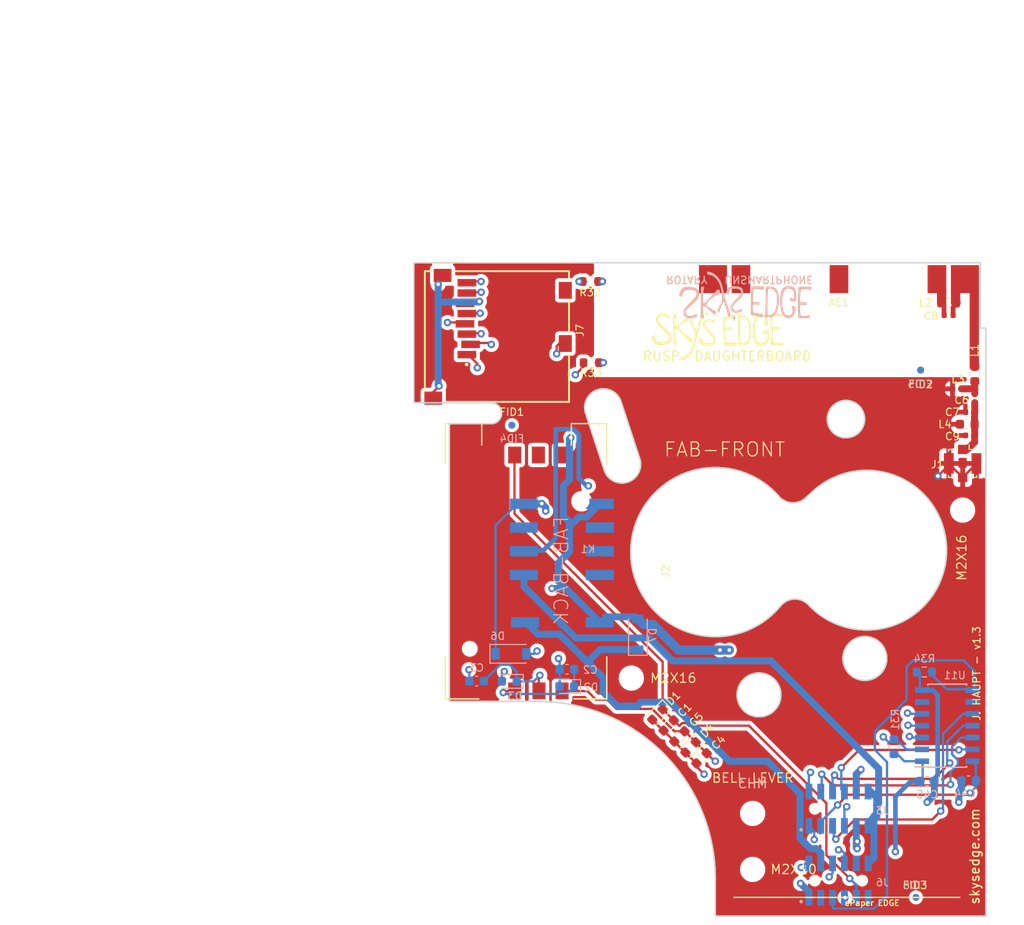
<source format=kicad_pcb>
(kicad_pcb (version 20240108) (generator "pcbnew") (generator_version "8.0")
  (layers (0 "F.Cu" signal "1.Cu") (1 "In1.Cu" signal "2.Cu") (2 "In2.Cu" signal "3.Cu") (31 "B.Cu" signal "4.Cu") (34 "B.Paste" user) (35 "F.Paste" user) (36 "B.SilkS" user "B.Silkscreen") (37 "F.SilkS" user "F.Silkscreen") (38 "B.Mask" user) (39 "F.Mask" user) (44 "Edge.Cuts" user))
  (net 0 "")
  (net 1 "GND")
  (net 2 "/MISO")
  (net 3 "/MOSI")
  (net 4 "+3V8")
  (net 5 "+3V3")
  (net 6 "/SD CARD/SCK_3V3")
  (net 7 "/SD CARD/DO_3V3")
  (net 8 "/SD_CD")
  (net 9 "/SD CARD/DI_3V3")
  (net 10 "/SD CARD/CS_3V3")
  (net 11 "/SD_CS")
  (net 12 "/SIM_IO")
  (net 13 "/SIM_CLK")
  (net 14 "/SIM_RST")
  (net 15 "/VSIM")
  (net 16 "/LL_OE")
  (net 17 "Net-(AE1-FEED)")
  (net 18 "Net-(AE1-PCB_Trace)")
  (net 19 "/POWSW4")
  (net 20 "/RELAYOFF")
  (net 21 "+BATT")
  (net 22 "GNDA")
  (net 23 "/SCK")
  (net 24 "Net-(C6-Pad1)")
  (net 25 "VBUS")
  (net 26 "Net-(J1-In)")
  (net 27 "+1V8")
  (net 35 "Net-(J7-DAT1)")
  (net 36 "Net-(J7-DAT2)")
  (footprint "Capacitor_SMD:C_0603_1608Metric" (layer "F.Cu") (at 146.15 119.75 -135)
    (property "Reference" "C5")
    (property "Value" ".1uF/16V")
  )
  (footprint "MountingHole:MountingHole_2.2mm_M2" (layer "F.Cu") (at 141 113.5)
    (property "Reference" "MH1" (hide yes))
    (property "Value" "MountingHole")
  )
  (footprint "Fiducial:Fiducial_0.75mm_Dia_1.5mm_Outer" (layer "F.Cu") (at 172 80.5)
    (property "Reference" "FID2")
    (property "Value" "Fiducial")
  )
  (footprint "Capacitor_SMD:C_0603_1608Metric" (layer "F.Cu") (at 145 118.575 -135)
    (property "Reference" "C1")
    (property "Value" "47pF/50V")
  )
  (footprint "Fiducial:Fiducial_0.75mm_Dia_1.5mm_Outer" (layer "F.Cu") (at 128.2 86.4)
    (property "Reference" "FID1")
    (property "Value" "Fiducial")
  )
  (footprint "Diode_SMD:D_0603_1608Metric" (layer "F.Cu") (at 143.8 117.4 -135)
    (property "Reference" "D1")
    (property "Value" "D_TVS")
  )
  (footprint "Capacitor_SMD:C_0603_1608Metric" (layer "F.Cu") (at 148.525 122.1 -135)
    (property "Reference" "C4")
    (property "Value" "47pF/50V")
  )
  (footprint "Resistor_SMD:R_0603_1608Metric" (layer "F.Cu") (at 136.7 79.7 180)
    (property "Reference" "R33")
    (property "Value" "100k")
  )
  (footprint "Resistor_SMD:R_0603_1608Metric" (layer "F.Cu") (at 136.615 71 180)
    (property "Reference" "R32")
    (property "Value" "100k")
  )
  (footprint "digikey-footprints:MicroSDSocket_GCT_MEM2061-01-188-00-A" (layer "F.Cu") (at 126.6 76.6 -90)
    (property "Reference" "J7")
    (property "Value" "Micro_SD_Card_Det")
  )
  (footprint "MountingHole:MountingHole_2.2mm_M2" (layer "F.Cu") (at 176.5 95.5)
    (property "Reference" "MH4" (hide yes))
    (property "Value" "MountingHole")
  )
  (footprint "Diode_SMD:D_0603_1608Metric" (layer "F.Cu") (at 147.35 120.925 -135)
    (property "Reference" "D4")
    (property "Value" "D_TVS")
  )
  (footprint "MyFootprints:SkysEdge_18mm" (layer "F.Cu") (at 150.35 76)
    (property "Reference" "LOGO2" (hide yes))
    (property "Value" "Logo2" (hide yes))
  )
  (footprint "MountingHole:MountingHole_2.2mm_M2" (layer "F.Cu") (at 154 134)
    (property "Reference" "MH2" (hide yes))
    (property "Value" "MountingHole")
  )
  (footprint "Fiducial:Fiducial_0.75mm_Dia_1.5mm_Outer" (layer "F.Cu") (at 171.5 137)
    (property "Reference" "FID3")
    (property "Value" "Fiducial")
  )
  (footprint "MyFootprints:SIMHolder_Amph7111S2015X02LF" (layer "F.Cu") (at 129.72 101.78 90)
    (property "Reference" "J2")
    (property "Value" "SIM" (hide yes))
  )
  (footprint "Capacitor_SMD:C_0402_1005Metric" (layer "F.Cu") (at 177.3 85)
    (property "Reference" "C7")
    (property "Value" ".7pF")
  )
  (footprint "Inductor_SMD:L_0402_1005Metric" (layer "F.Cu") (at 175.9 82.5)
    (property "Reference" "L3")
    (property "Value" "9nH")
  )
  (footprint "Capacitor_SMD:C_0402_1005Metric" (layer "F.Cu") (at 177.8 83.5 -90)
    (property "Reference" "C6")
    (property "Value" "2.1pF")
  )
  (footprint "Inductor_SMD:L_0603_1608Metric" (layer "F.Cu") (at 177 86.3)
    (property "Reference" "L4")
    (property "Value" "9.1nH")
  )
  (footprint "Inductor_SMD:L_0603_1608Metric" (layer "F.Cu") (at 175 73.3)
    (property "Reference" "L2")
    (property "Value" "12nH")
  )
  (footprint "MyFootprints:U.FL_Molex_MCRF_73412-0110_Vertical" (layer "F.Cu") (at 176.5 90.5 -90)
    (property "Reference" "J1")
    (property "Value" "Conn_Coaxial")
  )
  (footprint "MyFootprints:Antenna_Ignion_TriomXtend_NN03-310" (layer "F.Cu") (at 163.25 70.75 180)
    (property "Reference" "AE1")
    (property "Value" "Ignion Trio mXtend")
  )
  (footprint "Capacitor_SMD:C_0402_1005Metric" (layer "F.Cu") (at 177.3 87.5)
    (property "Reference" "C9")
    (property "Value" ".4pF")
  )
  (footprint "Capacitor_SMD:C_0402_1005Metric" (layer "F.Cu") (at 175 74.6)
    (property "Reference" "C8")
    (property "Value" ".5pF")
  )
  (footprint "Inductor_SMD:L_0603_1608Metric" (layer "F.Cu") (at 177.8 80.9 -90)
    (property "Reference" "L1")
    (property "Value" "2.4nH")
  )
  (footprint "Diode_SMD:D_0603_1608Metric" (layer "B.Cu") (at 127.925 113.85 180)
    (property "Reference" "D3")
    (property "Value" "D_TVS")
  )
  (footprint "MyFootprints:Samtec_2x6HeaderSocket_FLE-106-01-G-DV" (layer "B.Cu") (at 163.2 135.2)
    (property "Reference" "J6")
    (property "Value" "Conn_01x12" (hide yes))
  )
  (footprint "Diode_SMD:D_0603_1608Metric" (layer "B.Cu") (at 134.075 114.4 180)
    (property "Reference" "D2")
    (property "Value" "D_TVS")
  )
  (footprint "Fiducial:Fiducial_0.75mm_Dia_1.5mm_Outer" (layer "B.Cu") (at 172 80.5)
    (property "Reference" "FID5")
    (property "Value" "Fiducial")
  )
  (footprint "Capacitor_SMD:C_0603_1608Metric" (layer "B.Cu") (at 134.1 112.55 180)
    (property "Reference" "C2")
    (property "Value" "47pF/50V")
  )
  (footprint "Fiducial:Fiducial_0.75mm_Dia_1.5mm_Outer" (layer "B.Cu") (at 128.2 86.4)
    (property "Reference" "FID4")
    (property "Value" "Fiducial")
  )
  (footprint "Capacitor_SMD:C_0603_1608Metric" (layer "B.Cu") (at 124.425 113.825 180)
    (property "Reference" "C3")
    (property "Value" "47pF/50V")
  )
  (footprint "MyFootprints:Samtec_2x6HeaderSocket_FLE-106-01-G-DV" (layer "B.Cu") (at 163.2 127.5)
    (property "Reference" "J3")
    (property "Value" "Conn_01x12" (hide yes))
  )
  (footprint "MyFootprints:Relay_Kemet_EE2-3TNU" (layer "B.Cu") (at 133.586 101.15)
    (property "Reference" "K1")
    (property "Value" "EE2-3TNU-L" (hide yes))
  )
  (footprint "Diode_SMD:D_SOD-123" (layer "B.Cu") (at 128.1 110.9)
    (property "Reference" "D6")
    (property "Value" "1N4148")
  )
  (footprint "Resistor_SMD:R_0603_1608Metric" (layer "B.Cu") (at 169.15 120.85 90)
    (property "Reference" "R31")
    (property "Value" "100k")
  )
  (footprint "Diode_SMD:D_SOD-123" (layer "B.Cu") (at 141.7 108.8 90)
    (property "Reference" "D7")
    (property "Value" "1N4148")
  )
  (footprint "MountingHole:MountingHole_2.2mm_M2" (layer "B.Cu") (at 154 128 180)
    (property "Reference" "MH3")
    (property "Value" "MountingHole")
  )
  (footprint "MyFootprints:SkysEdge_18mm" (layer "B.Cu") (at 153.3 73.4)
    (property "Reference" "LOGO1" (hide yes))
    (property "Value" "Logo1" (hide yes))
  )
  (footprint "Resistor_SMD:R_0603_1608Metric" (layer "B.Cu") (at 172.4 112.85 180)
    (property "Reference" "R34")
    (property "Value" "10k")
  )
  (footprint "Capacitor_SMD:C_0603_1608Metric" (layer "B.Cu") (at 177.15 124.5 180)
    (property "Reference" "C44")
    (property "Value" ".1uF/16V")
  )
  (footprint "Capacitor_SMD:C_0603_1608Metric" (layer "B.Cu") (at 172.7 124.55)
    (property "Reference" "C45")
    (property "Value" ".1uF/16V")
  )
  (footprint "Fiducial:Fiducial_0.75mm_Dia_1.5mm_Outer" (layer "B.Cu") (at 171.5 137)
    (property "Reference" "FID6")
    (property "Value" "Fiducial")
  )
  (footprint "MyFootprints:SOIC-14_3.9x8.7mm_P1.27mm" (layer "B.Cu") (at 174.85 118.6 180)
    (property "Reference" "U11")
    (property "Value" "TXB0104D")
  )
  (gr_line (start 176.2 137) (end 152 137) (stroke (width 0.15)) (layer "F.SilkS"))
  (gr_arc (start 159.775 94.1) (mid 158.225699 94.71923) (end 156.745904 93.948527) (stroke (width 0.15)) (layer "Edge.Cuts"))
  (gr_line (start 121.5 116) (end 121.5 86.25) (stroke (width 0.15)) (layer "Edge.Cuts"))
  (gr_line (start 126 84) (end 117.7 84) (stroke (width 0.15)) (layer "Edge.Cuts"))
  (gr_line (start 117.7 84) (end 117.7 69) (stroke (width 0.15)) (layer "Edge.Cuts"))
  (gr_line (start 117.7 69) (end 178.4 69) (stroke (width 0.15)) (layer "Edge.Cuts"))
  (gr_line (start 121.5 116) (end 131 116) (stroke (width 0.15)) (layer "Edge.Cuts"))
  (gr_line (start 150 139) (end 150 135) (stroke (width 0.15)) (layer "Edge.Cuts"))
  (gr_arc (start 131 116) (mid 144.435029 121.564971) (end 150 135) (stroke (width 0.15)) (layer "Edge.Cuts"))
  (gr_circle (center 154.678 115.301) (end 157.028 115.301) (stroke (width 0.15)) (fill none) (layer "Edge.Cuts"))
  (gr_circle (center 166.024 111.394) (end 168.374 111.394) (stroke (width 0.15)) (fill none) (layer "Edge.Cuts"))
  (gr_arc (start 156.999999 105.755654) (mid 158.546383 105.028984) (end 160.091573 105.758189) (stroke (width 0.15)) (layer "Edge.Cuts"))
  (gr_line (start 179 76) (end 179 139) (stroke (width 0.15)) (layer "Edge.Cuts"))
  (gr_line (start 179 139) (end 150 139) (stroke (width 0.15)) (layer "Edge.Cuts"))
  (gr_line (start 178.4 76) (end 178.4 69) (stroke (width 0.15)) (layer "Edge.Cuts"))
  (gr_circle (center 164 85.75) (end 166 85.75) (stroke (width 0.15)) (fill none) (layer "Edge.Cuts"))
  (gr_line (start 138.125 91.3) (end 136.1 85.125) (stroke (width 0.15)) (layer "Edge.Cuts"))
  (gr_line (start 159.775 94.1) (end 160.250001 93.675001) (stroke (width 0.15)) (layer "Edge.Cuts"))
  (gr_arc (start 156.999999 105.755654) (mid 140.939673 100.194983) (end 156.745904 93.948527) (stroke (width 0.15)) (layer "Edge.Cuts"))
  (gr_arc (start 141.9 89.975) (mid 140.662028 92.488041) (end 138.125 91.3) (stroke (width 0.15)) (layer "Edge.Cuts"))
  (gr_arc (start 136.1 85.125) (mid 137.337589 82.612717) (end 139.873829 83.800437) (stroke (width 0.15)) (layer "Edge.Cuts"))
  (gr_line (start 179 76) (end 178.4 76) (stroke (width 0.15)) (layer "Edge.Cuts"))
  (gr_arc (start 160.250001 93.675001) (mid 174.781448 99.908162) (end 160.091573 105.758189) (stroke (width 0.15)) (layer "Edge.Cuts"))
  (gr_arc (start 126 84.000001) (mid 127.100277 85.125) (end 126 86.249999) (stroke (width 0.15)) (layer "Edge.Cuts"))
  (gr_line (start 139.875 83.8) (end 141.9 89.975) (stroke (width 0.15)) (layer "Edge.Cuts"))
  (gr_line (start 121.5 86.25) (end 126 86.25) (stroke (width 0.15)) (layer "Edge.Cuts"))
  (gr_text "ROTARY   UNSMARTPHONE" (at 152.6 70.8 180) (layer "B.SilkS") (effects (font (size 0.8 0.8) (thickness 0.12)) (justify mirror)))
  (gr_text "FAB-BACK" (at 133.5 102 90) (layer "B.SilkS") (effects (font (size 1.5 1.5) (thickness 0.12)) (justify mirror)))
  (gr_text "RUSP  DAUGHTERBOARD" (at 151.25 79 0) (layer "F.SilkS") (effects (font (size 1 1))))
  (gr_text "skysedge.com" (at 177.8 132.6 90) (layer "F.SilkS") (effects (font (size 1 1))))
  (gr_text "M2X16" (at 145.5 113.5 0) (layer "F.SilkS") (effects (font (size 1 1) (thickness 0.12))))
  (gr_text "M2X10" (at 158.4 134 0) (layer "F.SilkS") (effects (font (size 1 1) (thickness 0.12))))
  (gr_text "J. HAUPT - v1.3" (at 178 113 90) (layer "F.SilkS") (effects (font (size 0.8 0.8) (thickness 0.12))))
  (gr_text "ePaper EDGE" (at 166.8 137.6 0) (layer "F.SilkS") (effects (font (size 0.6 0.6) (thickness 0.12))))
  (gr_text "FAB-FRONT" (at 151 89 0) (layer "F.SilkS") (effects (font (size 1.5 1.5) (thickness 0.12))))
  (gr_text "M2X16" (at 176.4 100.6 90) (layer "F.SilkS") (effects (font (size 1 1) (thickness 0.12))))
  (gr_text "BELL LEVER " (at 154.4 124.2 0) (layer "F.SilkS") (effects (font (size 1 1) (thickness 0.12))))
  (segment (start 124.667993 73.19) (end 122.675 73.19) (width 0.25) (layer "F.Cu") (net 1))
  (segment (start 120.275 70.2) (end 120.275 71.275) (width 0.25) (layer "F.Cu") (net 1))
  (segment (start 120.275 71.275) (end 120.3 71.3) (width 0.25) (layer "F.Cu") (net 1))
  (segment (start 124.723699 73.134294) (end 124.667993 73.19) (width 0.25) (layer "F.Cu") (net 1))
  (segment (start 147.976992 122.976992) (end 148.8 123.8) (width 0.25) (layer "F.Cu") (net 1))
  (segment (start 119.275 83.35) (end 120.396006 82.228994) (width 0.25) (layer "F.Cu") (net 1))
  (segment (start 147.976992 122.648008) (end 147.976992 122.976992) (width 0.25) (layer "F.Cu") (net 1))
  (segment (start 145.601992 120.273008) (end 144.451992 119.123008) (width 0.25) (layer "F.Cu") (net 1))
  (segment (start 144.409314 119.123008) (end 143.243153 117.956847) (width 0.25) (layer "F.Cu") (net 1))
  (segment (start 134.512299 88.661201) (end 133.56 89.6135) (width 0.25) (layer "F.Cu") (net 1))
  (segment (start 147.959314 122.648008) (end 146.793153 121.481847) (width 0.25) (layer "F.Cu") (net 1))
  (segment (start 120.396006 82.228994) (end 120.396006 82.2) (width 0.25) (layer "F.Cu") (net 1))
  (segment (start 134.512299 87.737701) (end 134.512299 88.661201) (width 0.25) (layer "F.Cu") (net 1))
  (segment (start 146.785831 121.481847) (end 145.601992 120.298008) (width 0.25) (layer "F.Cu") (net 1))
  (via (at 159.13266 135.50734) (size 0.8) (drill 0.4) (layers "F.Cu" "B.Cu") (net 1))
  (via (at 124.723699 73.134294) (size 0.8) (drill 0.4) (layers "F.Cu" "B.Cu") (net 1))
  (via (at 133.2 111.4) (size 0.8) (drill 0.4) (layers "F.Cu" "B.Cu") (net 1))
  (via (at 120.3 71.3) (size 0.8) (drill 0.4) (layers "F.Cu" "B.Cu") (net 1))
  (via (at 134.512299 87.737701) (size 0.8) (drill 0.4) (layers "F.Cu" "B.Cu") (net 1))
  (via (at 176.1 126.8) (size 0.8) (drill 0.4) (layers "F.Cu" "B.Cu") (net 1))
  (via (at 132.5 103.9) (size 0.8) (drill 0.4) (layers "F.Cu" "B.Cu") (net 1))
  (via (at 165.6 123.3) (size 0.8) (drill 0.4) (layers "F.Cu" "B.Cu") (net 1))
  (via (at 148.8 123.8) (size 0.8) (drill 0.4) (layers "F.Cu" "B.Cu") (net 1))
  (via (at 160.6 130.8) (size 0.8) (drill 0.4) (layers "F.Cu" "B.Cu") (net 1))
  (via (at 172.7 126.8) (size 0.8) (drill 0.4) (layers "F.Cu" "B.Cu") (net 1))
  (via (at 130.9 110.6) (size 0.8) (drill 0.4) (layers "F.Cu" "B.Cu") (net 1))
  (via (at 127.4 112.8) (size 0.8) (drill 0.4) (layers "F.Cu" "B.Cu") (net 1))
  (via (at 123.6 112.6) (size 0.8) (drill 0.4) (layers "F.Cu" "B.Cu") (net 1))
  (via (at 150.5 110.5) (size 0.8) (drill 0.4) (layers "F.Cu" "B.Cu") (net 1))
  (via (at 151.5 110.5) (size 0.8) (drill 0.4) (layers "F.Cu" "B.Cu") (net 1))
  (via (at 120.396006 82.2) (size 0.8) (drill 0.4) (layers "F.Cu" "B.Cu") (net 1))
  (segment (start 123.65 113.825) (end 123.65 112.65) (width 0.25) (layer "B.Cu") (net 1))
  (segment (start 133.175001 101.171001) (end 134.366 99.980002) (width 0.75) (layer "B.Cu") (net 1))
  (segment (start 150.5 110.5) (end 151.5 110.5) (width 1) (layer "B.Cu") (net 1))
  (segment (start 171.915 114.515) (end 172.2 114.8) (width 0.25) (layer "B.Cu") (net 1))
  (segment (start 127.1375 113.0625) (end 127.4 112.8) (width 0.25) (layer "B.Cu") (net 1))
  (segment (start 130.6 110.9) (end 130.9 110.6) (width 0.25) (layer "B.Cu") (net 1))
  (segment (start 133.325 112.55) (end 133.325 114.3625) (width 0.25) (layer "B.Cu") (net 1))
  (segment (start 133.325 111.525) (end 133.2 111.4) (width 0.25) (layer "B.Cu") (net 1))
  (segment (start 171.915 112.85) (end 171.915 114.515) (width 0.25) (layer "B.Cu") (net 1))
  (segment (start 173.82499 123.91001) (end 173.82499 115.32499) (width 0.5) (layer "B.Cu") (net 1))
  (segment (start 127.1375 113.85) (end 127.1375 113.0625) (width 0.25) (layer "B.Cu") (net 1))
  (segment (start 143.31 107.75) (end 142.294 107.75) (width 1) (layer "B.Cu") (net 1))
  (segment (start 134.366 99.980002) (end 134.366 97.266) (width 0.75) (layer "B.Cu") (net 1))
  (segment (start 173.475 126.025) (end 172.7 126.8) (width 0.75) (layer "B.Cu") (net 1))
  (segment (start 133.72452 92.87548) (end 133.72452 96.12452) (width 0.75) (layer "B.Cu") (net 1))
  (segment (start 160.025 136.39968) (end 159.13266 135.50734) (width 0.75) (layer "B.Cu") (net 1))
  (segment (start 160.6 129.915) (end 160.6 130.8) (width 0.25) (layer "B.Cu") (net 1))
  (segment (start 173.185 124.55) (end 173.82499 123.91001) (width 0.5) (layer "B.Cu") (net 1))
  (segment (start 120.3 73.31) (end 120.3 82.103994) (width 0.75) (layer "B.Cu") (net 1))
  (segment (start 173.3 114.8) (end 172.1 114.8) (width 0.5) (layer "B.Cu") (net 1))
  (segment (start 123.65 112.65) (end 123.6 112.6) (width 0.25) (layer "B.Cu") (net 1))
  (segment (start 160.025 137.04) (end 160.025 136.39968) (width 0.75) (layer "B.Cu") (net 1))
  (segment (start 129.75 110.9) (end 130.6 110.9) (width 0.25) (layer "B.Cu") (net 1))
  (segment (start 138.21 106.934) (end 141.478 106.934) (width 0.75) (layer "B.Cu") (net 1))
  (segment (start 165.105 125.66) (end 165.105 123.795) (width 0.75) (layer "B.Cu") (net 1))
  (segment (start 133.984 103.9) (end 132.5 103.9) (width 0.75) (layer "B.Cu") (net 1))
  (segment (start 120.3 82.103994) (end 120.396006 82.2) (width 0.75) (layer "B.Cu") (net 1))
  (segment (start 176.375 124.5) (end 176.375 125.346832) (width 0.75) (layer "B.Cu") (net 1))
  (segment (start 134.512299 87.737701) (end 134.366 87.884) (width 0.75) (layer "B.Cu") (net 1))
  (segment (start 173.475 124.55) (end 173.475 126.025) (width 0.75) (layer "B.Cu") (net 1))
  (segment (start 133.72452 96.12452) (end 134.366 96.766) (width 0.75) (layer "B.Cu") (net 1))
  (segment (start 135.391511 96.240489) (end 136.203511 96.240489) (width 0.75) (layer "B.Cu") (net 1))
  (segment (start 165.105 123.795) (end 165.6 123.3) (width 0.75) (layer "B.Cu") (net 1))
  (segment (start 133.175001 103.091001) (end 137.614 107.53) (width 0.75) (layer "B.Cu") (net 1))
  (segment (start 120.3 71.3) (end 120.3 73.31) (width 0.75) (layer "B.Cu") (net 1))
  (segment (start 142.294 107.75) (end 141.732 107.188) (width 1) (layer "B.Cu") (net 1))
  (segment (start 160.025 129.34) (end 160.6 129.915) (width 0.25) (layer "B.Cu") (net 1))
  (segment (start 134.366 97.266) (end 135.391511 96.240489) (width 0.75) (layer "B.Cu") (net 1))
  (segment (start 176.375 125.346832) (end 176.1 125.621832) (width 0.75) (layer "B.Cu") (net 1))
  (segment (start 134.366 87.884) (end 134.366 92.234) (width 0.75) (layer "B.Cu") (net 1))
  (segment (start 134.366 92.234) (end 133.72452 92.87548) (width 0.75) (layer "B.Cu") (net 1))
  (segment (start 134.366 96.766) (end 134.366 97.266) (width 0.75) (layer "B.Cu") (net 1))
  (segment (start 146.06 110.5) (end 143.31 107.75) (width 1) (layer "B.Cu") (net 1))
  (segment (start 124.657993 73.2) (end 120.41 73.2) (width 0.75) (layer "B.Cu") (net 1))
  (segment (start 124.723699 73.134294) (end 124.657993 73.2) (width 0.75) (layer "B.Cu") (net 1))
  (segment (start 176.1 125.621832) (end 176.1 126.8) (width 0.75) (layer "B.Cu") (net 1))
  (segment (start 133.175001 103.091001) (end 133.175001 101.171001) (width 0.75) (layer "B.Cu") (net 1))
  (segment (start 133.325 112.55) (end 133.325 111.525) (width 0.25) (layer "B.Cu") (net 1))
  (segment (start 120.41 73.2) (end 120.3 73.31) (width 0.75) (layer "B.Cu") (net 1))
  (segment (start 173.82499 115.32499) (end 173.3 114.8) (width 0.5) (layer "B.Cu") (net 1))
  (segment (start 136.203511 96.240489) (end 137.614 94.83) (width 0.75) (layer "B.Cu") (net 1))
  (segment (start 150.5 110.5) (end 146.06 110.5) (width 1) (layer "B.Cu") (net 1))
  (segment (start 173.244971 128.655011) (end 164.963941 128.655011) (width 0.25) (layer "F.Cu") (net 2))
  (segment (start 162.9245 130.694452) (end 162.9245 130.769253) (width 0.25) (layer "F.Cu") (net 2))
  (segment (start 164.963941 128.655011) (end 162.9245 130.694452) (width 0.25) (layer "F.Cu") (net 2))
  (segment (start 174.149991 127.749991) (end 173.244971 128.655011) (width 0.25) (layer "F.Cu") (net 2))
  (via (at 174.149991 127.749991) (size 0.8) (drill 0.4) (layers "F.Cu" "B.Cu") (net 2))
  (via (at 162.9245 130.769253) (size 0.8) (drill 0.4) (layers "F.Cu" "B.Cu") (net 2))
  (segment (start 162.7 130.544753) (end 162.9245 130.769253) (width 0.25) (layer "B.Cu") (net 2))
  (segment (start 174.4 119.48) (end 174.4 127.499982) (width 0.25) (layer "B.Cu") (net 2))
  (segment (start 176.55 117.33) (end 174.4 119.48) (width 0.25) (layer "B.Cu") (net 2))
  (segment (start 174.4 127.499982) (end 174.149991 127.749991) (width 0.25) (layer "B.Cu") (net 2))
  (segment (start 162.7 129.3) (end 162.7 130.544753) (width 0.25) (layer "B.Cu") (net 2))
  (segment (start 177.55 117.33) (end 176.55 117.33) (width 0.25) (layer "B.Cu") (net 2))
  (segment (start 162.6 125) (end 161.4 123.8) (width 0.25) (layer "F.Cu") (net 3))
  (segment (start 175.2 124.9) (end 175.1 125) (width 0.25) (layer "F.Cu") (net 3))
  (segment (start 175.1 125) (end 162.6 125) (width 0.25) (layer "F.Cu") (net 3))
  (via (at 161.4 123.8) (size 0.8) (drill 0.4) (layers "F.Cu" "B.Cu") (net 3))
  (via (at 175.2 124.9) (size 0.8) (drill 0.4) (layers "F.Cu" "B.Cu") (net 3))
  (segment (start 176 122.749114) (end 175.2 123.549114) (width 0.25) (layer "B.Cu") (net 3))
  (segment (start 175.2 123.549114) (end 175.2 124.9) (width 0.25) (layer "B.Cu") (net 3))
  (segment (start 176.356998 119.87) (end 175.375489 120.851509) (width 0.25) (layer "B.Cu") (net 3))
  (segment (start 175.375489 121.675489) (end 176 122.3) (width 0.25) (layer "B.Cu") (net 3))
  (segment (start 177.55 119.87) (end 176.356998 119.87) (width 0.25) (layer "B.Cu") (net 3))
  (segment (start 161.4 123.8) (end 161.4 125.4) (width 0.25) (layer "B.Cu") (net 3))
  (segment (start 176 122.3) (end 176 122.749114) (width 0.25) (layer "B.Cu") (net 3))
  (segment (start 175.375489 120.851509) (end 175.375489 121.675489) (width 0.25) (layer "B.Cu") (net 3))
  (segment (start 164.19818 126) (end 163.100633 127.097547) (width 0.25) (layer "F.Cu") (net 4))
  (segment (start 177.3 125.8) (end 177.1 126) (width 0.25) (layer "F.Cu") (net 4))
  (segment (start 177.1 126) (end 164.19818 126) (width 0.25) (layer "F.Cu") (net 4))
  (via (at 163.100633 127.097547) (size 0.8) (drill 0.4) (layers "F.Cu" "B.Cu") (net 4))
  (via (at 160.2 123.6) (size 0.8) (drill 0.4) (layers "F.Cu" "B.Cu") (net 4))
  (via (at 177.3 125.8) (size 0.8) (drill 0.4) (layers "F.Cu" "B.Cu") (net 4))
  (via (at 136.4 92.9) (size 0.8) (drill 0.4) (layers "F.Cu" "B.Cu") (net 4))
  (segment (start 161.295 128.90318) (end 163.100633 127.097547) (width 0.25) (layer "B.Cu") (net 4))
  (segment (start 132.9 86.825011) (end 132.9 98.494) (width 0.5) (layer "B.Cu") (net 4))
  (segment (start 161.295 129.34) (end 161.295 128.90318) (width 0.25) (layer "B.Cu") (net 4))
  (segment (start 132.9 98.494) (end 131.572 99.822) (width 0.5) (layer "B.Cu") (net 4))
  (segment (start 135.36181 87.385821) (end 134.801 86.825011) (width 0.5) (layer "B.Cu") (net 4))
  (segment (start 135.36181 92.06181) (end 135.36181 87.385821) (width 0.5) (layer "B.Cu") (net 4))
  (segment (start 134.801 86.825011) (end 132.9 86.825011) (width 0.5) (layer "B.Cu") (net 4))
  (segment (start 136.4 92.9) (end 136.2 92.9) (width 0.5) (layer "B.Cu") (net 4))
  (segment (start 177.925 122.875) (end 177.55 122.5) (width 0.25) (layer "B.Cu") (net 4))
  (segment (start 136.2 92.9) (end 135.36181 92.06181) (width 0.5) (layer "B.Cu") (net 4))
  (segment (start 160.025 123.775) (end 160.2 123.6) (width 0.25) (layer "B.Cu") (net 4))
  (segment (start 177.3 125.8) (end 177.925 125.175) (width 0.25) (layer "B.Cu") (net 4))
  (segment (start 160.025 125.66) (end 160.025 123.775) (width 0.25) (layer "B.Cu") (net 4))
  (segment (start 177.925 125.175) (end 177.925 122.875) (width 0.25) (layer "B.Cu") (net 4))
  (segment (start 131.572 99.822) (end 129.286 99.822) (width 0.5) (layer "B.Cu") (net 4))
  (segment (start 137.185 79.7) (end 138 79.7) (width 0.25) (layer "F.Cu") (net 5))
  (segment (start 137.1 71) (end 137.9 71) (width 0.25) (layer "F.Cu") (net 5))
  (segment (start 122.675 75.39) (end 121.31 75.39) (width 0.25) (layer "F.Cu") (net 5))
  (segment (start 121.31 75.39) (end 121.3 75.4) (width 0.25) (layer "F.Cu") (net 5))
  (via (at 138 79.7) (size 0.8) (drill 0.4) (layers "F.Cu" "B.Cu") (net 5))
  (via (at 121.3 75.4) (size 0.8) (drill 0.4) (layers "F.Cu" "B.Cu") (net 5))
  (via (at 169.3 132.1) (size 0.8) (drill 0.4) (layers "F.Cu" "B.Cu") (net 5))
  (via (at 159.2 133.8) (size 0.8) (drill 0.4) (layers "F.Cu" "B.Cu") (net 5))
  (via (at 137.9 71) (size 0.8) (drill 0.4) (layers "F.Cu" "B.Cu") (net 5))
  (segment (start 170.26 122.41) (end 169.2 121.35) (width 0.25) (layer "B.Cu") (net 5))
  (segment (start 172.15 122.41) (end 170.26 122.41) (width 0.25) (layer "B.Cu") (net 5))
  (segment (start 159.64 133.36) (end 159.2 133.8) (width 0.25) (layer "B.Cu") (net 5))
  (segment (start 170.9 124.6) (end 172.2 124.6) (width 0.5) (layer "B.Cu") (net 5))
  (segment (start 172.215 124.55) (end 172.215 122.565) (width 0.25) (layer "B.Cu") (net 5))
  (segment (start 169.3 132.1) (end 169.3 126.2) (width 0.5) (layer "B.Cu") (net 5))
  (segment (start 169.3 126.2) (end 170.9 124.6) (width 0.5) (layer "B.Cu") (net 5))
  (segment (start 160.025 133.36) (end 159.64 133.36) (width 0.25) (layer "B.Cu") (net 5))
  (segment (start 124.8 74.4) (end 122.8 74.4) (width 0.25) (layer "F.Cu") (net 6))
  (via (at 170.65 118.55) (size 0.8) (drill 0.4) (layers "F.Cu" "B.Cu") (net 6))
  (via (at 124.8 74.4) (size 0.8) (drill 0.4) (layers "F.Cu" "B.Cu") (net 6))
  (segment (start 172.15 118.6) (end 170.7 118.6) (width 0.25) (layer "B.Cu") (net 6))
  (segment (start 170.7 118.6) (end 170.65 118.55) (width 0.25) (layer "B.Cu") (net 6))
  (segment (start 124.909034 72.152125) (end 123.002125 72.152125) (width 0.25) (layer "F.Cu") (net 7))
  (via (at 124.909034 72.152125) (size 0.8) (drill 0.4) (layers "F.Cu" "B.Cu") (net 7))
  (via (at 170.6 117.25) (size 0.8) (drill 0.4) (layers "F.Cu" "B.Cu") (net 7))
  (segment (start 172.15 117.33) (end 170.68 117.33) (width 0.25) (layer "B.Cu") (net 7))
  (segment (start 170.68 117.33) (end 170.6 117.25) (width 0.25) (layer "B.Cu") (net 7))
  (segment (start 133 77.925) (end 133.425 77.5) (width 0.25) (layer "F.Cu") (net 8))
  (segment (start 133 78.75) (end 133 77.925) (width 0.25) (layer "F.Cu") (net 8))
  (via (at 133 78.75) (size 0.8) (drill 0.4) (layers "F.Cu" "B.Cu") (net 8))
  (via (at 164.083366 127.279866) (size 0.8) (drill 0.4) (layers "F.Cu" "B.Cu") (net 8))
  (segment (start 163.835 129.34) (end 163.835 127.528232) (width 0.25) (layer "B.Cu") (net 8))
  (segment (start 163.835 127.528232) (end 164.083366 127.279866) (width 0.25) (layer "B.Cu") (net 8))
  (segment (start 124.85 76.55) (end 122.9 76.55) (width 0.25) (layer "F.Cu") (net 9))
  (segment (start 124.9 76.6) (end 124.85 76.55) (width 0.25) (layer "F.Cu") (net 9))
  (via (at 124.9 76.6) (size 0.8) (drill 0.4) (layers "F.Cu" "B.Cu") (net 9))
  (via (at 170.8 119.75) (size 0.8) (drill 0.4) (layers "F.Cu" "B.Cu") (net 9))
  (segment (start 172.15 119.87) (end 170.92 119.87) (width 0.25) (layer "B.Cu") (net 9))
  (segment (start 170.92 119.87) (end 170.8 119.75) (width 0.25) (layer "B.Cu") (net 9))
  (segment (start 123.775 77.59) (end 125.84 77.59) (width 0.25) (layer "F.Cu") (net 10))
  (segment (start 125.84 77.59) (end 126 77.75) (width 0.25) (layer "F.Cu") (net 10))
  (via (at 126 77.75) (size 0.8) (drill 0.4) (layers "F.Cu" "B.Cu") (net 10))
  (via (at 168 119.8) (size 0.8) (drill 0.4) (layers "F.Cu" "B.Cu") (net 10))
  (segment (start 168.55 120.35) (end 168 119.8) (width 0.25) (layer "B.Cu") (net 10))
  (segment (start 170.5 121.15) (end 172.2 121.15) (width 0.25) (layer "B.Cu") (net 10))
  (segment (start 169.15 120.365) (end 169.715 120.365) (width 0.25) (layer "B.Cu") (net 10))
  (segment (start 169.715 120.365) (end 170.5 121.15) (width 0.25) (layer "B.Cu") (net 10))
  (segment (start 169.15 120.35) (end 168.55 120.35) (width 0.25) (layer "B.Cu") (net 10))
  (segment (start 176.1 121.2) (end 165.4 121.2) (width 0.25) (layer "F.Cu") (net 11))
  (segment (start 165.4 121.2) (end 163.5 123.1) (width 0.25) (layer "F.Cu") (net 11))
  (via (at 163.5 123.1) (size 0.8) (drill 0.4) (layers "F.Cu" "B.Cu") (net 11))
  (via (at 176.1 121.2) (size 0.8) (drill 0.4) (layers "F.Cu" "B.Cu") (net 11))
  (segment (start 163.5 125.4) (end 163.5 123.1) (width 0.25) (layer "B.Cu") (net 11))
  (segment (start 177.55 121.14) (end 176.16 121.14) (width 0.25) (layer "B.Cu") (net 11))
  (segment (start 176.16 121.14) (end 176.1 121.2) (width 0.25) (layer "B.Cu") (net 11))
  (segment (start 163.8 125.7) (end 163.5 125.4) (width 0.25) (layer "B.Cu") (net 11))
  (segment (start 161.899897 126.899897) (end 161.899897 132.474887) (width 0.25) (layer "F.Cu") (net 12))
  (segment (start 144.356847 111.756847) (end 144.356847 116.843153) (width 0.25) (layer "F.Cu") (net 12))
  (segment (start 128.48 95.88) (end 144.356847 111.756847) (width 0.25) (layer "F.Cu") (net 12))
  (segment (start 146.168628 118.6) (end 146.452512 118.316116) (width 0.25) (layer "F.Cu") (net 12))
  (segment (start 146.121016 118.6) (end 146.168628 118.6) (width 0.25) (layer "F.Cu") (net 12))
  (segment (start 146.452512 118.316116) (end 146.908148 118.316116) (width 0.25) (layer "F.Cu") (net 12))
  (segment (start 128.48 89.6135) (end 128.48 95.88) (width 0.25) (layer "F.Cu") (net 12))
  (segment (start 146.908148 118.316116) (end 147.192032 118.6) (width 0.25) (layer "F.Cu") (net 12))
  (segment (start 161.899897 132.474887) (end 164.4 134.97499) (width 0.25) (layer "F.Cu") (net 12))
  (segment (start 144.364169 116.843153) (end 145.548008 118.026992) (width 0.25) (layer "F.Cu") (net 12))
  (segment (start 147.192032 118.6) (end 153.6 118.6) (width 0.25) (layer "F.Cu") (net 12))
  (segment (start 153.6 118.6) (end 161.899897 126.899897) (width 0.25) (layer "F.Cu") (net 12))
  (segment (start 145.548008 118.026992) (end 146.121016 118.6) (width 0.25) (layer "F.Cu") (net 12))
  (via (at 164.4 134.97499) (size 0.8) (drill 0.4) (layers "F.Cu" "B.Cu") (net 12))
  (segment (start 165.105 137.04) (end 165.105 135.67999) (width 0.25) (layer "B.Cu") (net 12))
  (segment (start 165.105 135.67999) (end 164.4 134.97499) (width 0.25) (layer "B.Cu") (net 12))
  (segment (start 127.275 115.05) (end 127.4385 114.8865) (width 0.25) (layer "F.Cu") (net 13))
  (segment (start 127.4385 114.8865) (end 128.48 114.8865) (width 0.25) (layer "F.Cu") (net 13))
  (via (at 127.275 115.05) (size 0.8) (drill 0.4) (layers "F.Cu" "B.Cu") (net 13))
  (via (at 163.2 131.9) (size 0.8) (drill 0.4) (layers "F.Cu" "B.Cu") (net 13))
  (segment (start 163.835 133.36) (end 163.835 132.2725) (width 0.25) (layer "B.Cu") (net 13))
  (segment (start 127.42452 115.19952) (end 127.275 115.05) (width 0.25) (layer "B.Cu") (net 13))
  (segment (start 134.875 112.55) (end 134.875 114.3875) (width 0.25) (layer "B.Cu") (net 13))
  (segment (start 163.835 132.2725) (end 163.4625 131.9) (width 0.25) (layer "B.Cu") (net 13))
  (segment (start 134.8625 114.4) (end 134.06298 115.19952) (width 0.25) (layer "B.Cu") (net 13))
  (segment (start 134.06298 115.19952) (end 127.42452 115.19952) (width 0.25) (layer "B.Cu") (net 13))
  (segment (start 163.4625 131.9) (end 163.2 131.9) (width 0.25) (layer "B.Cu") (net 13))
  (segment (start 131.0835 113.3165) (end 131.0835 114.8865) (width 0.25) (layer "F.Cu") (net 14))
  (segment (start 131.2 113.2) (end 131.0835 113.3165) (width 0.25) (layer "F.Cu") (net 14))
  (via (at 163.9 137.02501) (size 0.8) (drill 0.4) (layers "F.Cu" "B.Cu") (net 14))
  (via (at 131.2 113.2) (size 0.8) (drill 0.4) (layers "F.Cu" "B.Cu") (net 14))
  (segment (start 125.2 113.825) (end 126.949511 112.075489) (width 0.25) (layer "B.Cu") (net 14))
  (segment (start 128.7125 113.85) (end 130.55 113.85) (width 0.25) (layer "B.Cu") (net 14))
  (segment (start 128.7125 112.8125) (end 128.7125 113.85) (width 0.25) (layer "B.Cu") (net 14))
  (segment (start 130.55 113.85) (end 131.2 113.2) (width 0.25) (layer "B.Cu") (net 14))
  (segment (start 127.975489 112.075489) (end 128.7125 112.8125) (width 0.25) (layer "B.Cu") (net 14))
  (segment (start 126.949511 112.075489) (end 127.975489 112.075489) (width 0.25) (layer "B.Cu") (net 14))
  (segment (start 145.626312 119.201992) (end 146.698008 119.201992) (width 0.25) (layer "F.Cu") (net 15))
  (segment (start 137.2 115.8) (end 138.4 115.8) (width 0.25) (layer "F.Cu") (net 15))
  (segment (start 133.56 114.8865) (end 136.2865 114.8865) (width 0.25) (layer "F.Cu") (net 15))
  (segment (start 149.921016 122.4) (end 150 122.4) (width 0.25) (layer "F.Cu") (net 15))
  (segment (start 138.4 115.8) (end 139.4 116.8) (width 0.25) (layer "F.Cu") (net 15))
  (segment (start 147.906847 120.385831) (end 149.073008 121.551992) (width 0.25) (layer "F.Cu") (net 15))
  (segment (start 143.22432 116.8) (end 145.626312 119.201992) (width 0.25) (layer "F.Cu") (net 15))
  (segment (start 149.073008 121.551992) (end 149.921016 122.4) (width 0.25) (layer "F.Cu") (net 15))
  (segment (start 146.740686 119.201992) (end 147.906847 120.368153) (width 0.25) (layer "F.Cu") (net 15))
  (segment (start 136.2865 114.8865) (end 137.2 115.8) (width 0.25) (layer "F.Cu") (net 15))
  (segment (start 139.4 116.8) (end 143.22432 116.8) (width 0.25) (layer "F.Cu") (net 15))
  (via (at 150 122.4) (size 0.8) (drill 0.4) (layers "F.Cu" "B.Cu") (net 15))
  (via (at 162.2 134.8) (size 0.8) (drill 0.4) (layers "F.Cu" "B.Cu") (net 15))
  (segment (start 162.565 134.435) (end 162.2 134.8) (width 0.25) (layer "B.Cu") (net 15))
  (segment (start 162.565 133.36) (end 162.565 134.435) (width 0.25) (layer "B.Cu") (net 15))
  (segment (start 176.6 111.6) (end 177.8 112.8) (width 0.25) (layer "B.Cu") (net 16))
  (segment (start 172.885 112.85) (end 172.885 112.815) (width 0.25) (layer "B.Cu") (net 16))
  (segment (start 177.785 112.8) (end 177.785 114.415) (width 0.25) (layer "B.Cu") (net 16))
  (segment (start 174.77 114.7) (end 177.55 114.7) (width 0.25) (layer "B.Cu") (net 16))
  (segment (start 170.5 112.3) (end 171.2 111.6) (width 0.25) (layer "B.Cu") (net 16))
  (segment (start 162.565 138.1275) (end 162.640001 138.202501) (width 0.25) (layer "B.Cu") (net 16))
  (segment (start 168.4 136.807502) (end 168.4 122.5) (width 0.25) (layer "B.Cu") (net 16))
  (segment (start 177.785 114.415) (end 177.4 114.8) (width 0.25) (layer "B.Cu") (net 16))
  (segment (start 162.640001 138.202501) (end 167.005001 138.202501) (width 0.25) (layer "B.Cu") (net 16))
  (segment (start 172.885 112.815) (end 174.77 114.7) (width 0.25) (layer "B.Cu") (net 16))
  (segment (start 167.1 121.2) (end 167.1 119.2) (width 0.25) (layer "B.Cu") (net 16))
  (segment (start 170.5 115.8) (end 170.5 112.3) (width 0.25) (layer "B.Cu") (net 16))
  (segment (start 167.005001 138.202501) (end 168.4 136.807502) (width 0.25) (layer "B.Cu") (net 16))
  (segment (start 171.2 111.6) (end 176.6 111.6) (width 0.25) (layer "B.Cu") (net 16))
  (segment (start 167.1 119.2) (end 170.5 115.8) (width 0.25) (layer "B.Cu") (net 16))
  (segment (start 162.565 137.04) (end 162.565 138.1275) (width 0.25) (layer "B.Cu") (net 16))
  (segment (start 168.4 122.5) (end 167.1 121.2) (width 0.25) (layer "B.Cu") (net 16))
  (segment (start 175.75 71.75) (end 175.75 73.2625) (width 1) (layer "F.Cu") (net 17))
  (segment (start 175.7875 73.4625) (end 175.48 73.77) (width 0.5) (layer "F.Cu") (net 17))
  (segment (start 175.75 73.2625) (end 175.7875 73.3) (width 1) (layer "F.Cu") (net 17))
  (segment (start 177.75 80.0625) (end 177.8 80.1125) (width 1) (layer "F.Cu") (net 17))
  (segment (start 175.48 73.77) (end 175.48 74.6) (width 0.5) (layer "F.Cu") (net 17))
  (segment (start 177.75 71.75) (end 177.75 80.0625) (width 1) (layer "F.Cu") (net 17))
  (segment (start 174.25 73.2625) (end 174.5 73.5125) (width 0.5) (layer "F.Cu") (net 18))
  (segment (start 174.25 72) (end 174.25 73.2625) (width 1) (layer "F.Cu") (net 18))
  (segment (start 174.5 73.5125) (end 174.5 74.58) (width 0.5) (layer "F.Cu") (net 18))
  (segment (start 173.75 71.5) (end 174.25 72) (width 1) (layer "F.Cu") (net 18))
  (via (at 165.201292 131.77501) (size 0.8) (drill 0.4) (layers "F.Cu" "B.Cu") (net 19))
  (via (at 131.4 94.8) (size 0.8) (drill 0.4) (layers "F.Cu" "B.Cu") (net 19))
  (via (at 131.826 95.6) (size 0.8) (drill 0.4) (layers "F.Cu" "B.Cu") (net 19))
  (via (at 165.201292 131.001292) (size 0.8) (drill 0.4) (layers "F.Cu" "B.Cu") (net 19))
  (segment (start 126.45 110.9) (end 126.45 97.15) (width 0.25) (layer "B.Cu") (net 19))
  (segment (start 129.502 94.83) (end 131.37 94.83) (width 0.75) (layer "B.Cu") (net 19))
  (segment (start 165.105 131.678718) (end 165.201292 131.77501) (width 0.75) (layer "B.Cu") (net 19))
  (segment (start 126.45 97.15) (end 128.77 94.83) (width 0.25) (layer "B.Cu") (net 19))
  (segment (start 131.37 94.83) (end 131.4 94.8) (width 0.75) (layer "B.Cu") (net 19))
  (segment (start 131.4 94.8) (end 131.826 95.226) (width 0.75) (layer "B.Cu") (net 19))
  (segment (start 131.826 95.226) (end 131.826 95.6) (width 0.75) (layer "B.Cu") (net 19))
  (segment (start 165.105 129.34) (end 165.105 131.678718) (width 0.75) (layer "B.Cu") (net 19))
  (segment (start 160.8225 131.775) (end 161.3 132.2525) (width 0.75) (layer "B.Cu") (net 20))
  (segment (start 145.161241 116.075489) (end 151.5 122.414248) (width 0.75) (layer "B.Cu") (net 20))
  (segment (start 129.8 107.6) (end 131 108.8) (width 0.75) (layer "B.Cu") (net 20))
  (segment (start 159.08 125.88) (end 159.08 130.658859) (width 0.75) (layer "B.Cu") (net 20))
  (segment (start 136.3 111.8) (end 137.975 113.475) (width 0.75) (layer "B.Cu") (net 20))
  (segment (start 137.975 113.475) (end 137.975 115) (width 0.75) (layer "B.Cu") (net 20))
  (segment (start 137.975 115) (end 139.475 116.5) (width 0.75) (layer "B.Cu") (net 20))
  (segment (start 139.475 116.5) (end 141.621832 116.5) (width 0.75) (layer "B.Cu") (net 20))
  (segment (start 141.621832 116.5) (end 142.046343 116.075489) (width 0.75) (layer "B.Cu") (net 20))
  (segment (start 160.196141 131.775) (end 160.8225 131.775) (width 0.75) (layer "B.Cu") (net 20))
  (segment (start 133.3 108.8) (end 136.3 111.8) (width 0.75) (layer "B.Cu") (net 20))
  (segment (start 159.08 130.658859) (end 160.196141 131.775) (width 0.75) (layer "B.Cu") (net 20))
  (segment (start 137.65 110.45) (end 141.7 110.45) (width 0.75) (layer "B.Cu") (net 20))
  (segment (start 136.3 111.8) (end 137.65 110.45) (width 0.75) (layer "B.Cu") (net 20))
  (segment (start 151.5 122.414248) (end 155.614248 122.414248) (width 0.75) (layer "B.Cu") (net 20))
  (segment (start 155.614248 122.414248) (end 159.08 125.88) (width 0.75) (layer "B.Cu") (net 20))
  (segment (start 131 108.8) (end 133.3 108.8) (width 0.75) (layer "B.Cu") (net 20))
  (segment (start 142.046343 116.075489) (end 145.161241 116.075489) (width 0.75) (layer "B.Cu") (net 20))
  (segment (start 161.3 132.2525) (end 161.3 133.2) (width 0.75) (layer "B.Cu") (net 20))
  (segment (start 129.502 103.702) (end 129.502 102.45) (width 0.75) (layer "B.Cu") (net 21))
  (segment (start 166.375 133.36) (end 166.999999 132.735001) (width 0.75) (layer "B.Cu") (net 21))
  (segment (start 166.375 129.34) (end 166.375 129.025) (width 0.75) (layer "B.Cu") (net 21))
  (segment (start 167.5 123.2) (end 155.956483 111.656483) (width 0.75) (layer "B.Cu") (net 21))
  (segment (start 166.999999 132.735001) (end 166.999999 128.300001) (width 0.75) (layer "B.Cu") (net 21))
  (segment (start 145.4 111.656483) (end 142.943517 109.2) (width 0.75) (layer "B.Cu") (net 21))
  (segment (start 167.3 126.3) (end 166.5 125.5) (width 0.75) (layer "B.Cu") (net 21))
  (segment (start 133.65048 107.85048) (end 129.502 103.702) (width 0.75) (layer "B.Cu") (net 21))
  (segment (start 167.3 128.1) (end 167.3 126.3) (width 0.75) (layer "B.Cu") (net 21))
  (segment (start 167.5 126.9) (end 167.5 123.2) (width 0.75) (layer "B.Cu") (net 21))
  (segment (start 155.956483 111.656483) (end 145.4 111.656483) (width 0.75) (layer "B.Cu") (net 21))
  (segment (start 166.999999 128.300001) (end 167.4 127.9) (width 0.75) (layer "B.Cu") (net 21))
  (segment (start 142.943517 109.2) (end 135.042824 109.2) (width 0.75) (layer "B.Cu") (net 21))
  (segment (start 133.693304 107.85048) (end 133.65048 107.85048) (width 0.75) (layer "B.Cu") (net 21))
  (segment (start 166.375 129.025) (end 167.3 128.1) (width 0.75) (layer "B.Cu") (net 21))
  (segment (start 167.3 127.1) (end 167.5 126.9) (width 0.75) (layer "B.Cu") (net 21))
  (segment (start 166.375 129.34) (end 167.3 128.415) (width 0.75) (layer "B.Cu") (net 21))
  (segment (start 135.042824 109.2) (end 133.693304 107.85048) (width 0.75) (layer "B.Cu") (net 21))
  (segment (start 167.3 128.415) (end 167.3 127.1) (width 0.75) (layer "B.Cu") (net 21))
  (segment (start 177.975 90.525) (end 176.5 92) (width 0.25) (layer "F.Cu") (net 22))
  (segment (start 177.975 90.5) (end 177.975 90.525) (width 0.25) (layer "F.Cu") (net 22))
  (segment (start 175.025 90.5) (end 175.025 90.525) (width 0.25) (layer "F.Cu") (net 22))
  (segment (start 175.025 90.675) (end 173.85 91.85) (width 0.25) (layer "F.Cu") (net 22))
  (segment (start 175.025 90.5) (end 175.025 90.675) (width 0.25) (layer "F.Cu") (net 22))
  (segment (start 175.025 90.525) (end 176.5 92) (width 0.25) (layer "F.Cu") (net 22))
  (via (at 173.85 91.85) (size 0.8) (drill 0.4) (layers "F.Cu" "B.Cu") (net 22))
  (segment (start 173.424501 124.299999) (end 163.174999 124.299999) (width 0.25) (layer "F.Cu") (net 23))
  (segment (start 163.174999 124.299999) (end 162.775 123.9) (width 0.25) (layer "F.Cu") (net 23))
  (segment (start 175.1245 122.6) (end 173.424501 124.299999) (width 0.25) (layer "F.Cu") (net 23))
  (via (at 162.775 123.9) (size 0.8) (drill 0.4) (layers "F.Cu" "B.Cu") (net 23))
  (via (at 175.1245 122.6) (size 0.8) (drill 0.4) (layers "F.Cu" "B.Cu") (net 23))
  (segment (start 162.565 124.11) (end 162.775 123.9) (width 0.25) (layer "B.Cu") (net 23))
  (segment (start 176.55 118.6) (end 177.55 118.6) (width 0.25) (layer "B.Cu") (net 23))
  (segment (start 174.850011 120.299989) (end 176.55 118.6) (width 0.25) (layer "B.Cu") (net 23))
  (segment (start 174.850011 122.325511) (end 174.850011 120.299989) (width 0.25) (layer "B.Cu") (net 23))
  (segment (start 162.565 125.66) (end 162.565 124.11) (width 0.25) (layer "B.Cu") (net 23))
  (segment (start 175.1245 122.6) (end 174.850011 122.325511) (width 0.25) (layer "B.Cu") (net 23))
  (segment (start 177.75 82.5) (end 177.8 82.55) (width 0.75) (layer "F.Cu") (net 24))
  (segment (start 176.385 82.5) (end 177.75 82.5) (width 0.75) (layer "F.Cu") (net 24))
  (segment (start 177.8 81.6875) (end 177.8 82.55) (width 0.75) (layer "F.Cu") (net 24))
  (segment (start 177.8 82.55) (end 177.8 83.02) (width 0.75) (layer "F.Cu") (net 24))
  (segment (start 177.8 84.98) (end 177.78 85) (width 0.75) (layer "F.Cu") (net 26))
  (segment (start 177.7875 87.5925) (end 177.78 87.6) (width 0.75) (layer "F.Cu") (net 26))
  (segment (start 177 89) (end 176.5 89) (width 0.75) (layer "F.Cu") (net 26))
  (segment (start 177.7875 86.3) (end 177.7875 87.5925) (width 0.75) (layer "F.Cu") (net 26))
  (segment (start 177.78 87.6) (end 177.78 88.22) (width 0.75) (layer "F.Cu") (net 26))
  (segment (start 177.78 88.22) (end 177 89) (width 0.75) (layer "F.Cu") (net 26))
  (segment (start 177.78 85) (end 177.78 86.2925) (width 0.75) (layer "F.Cu") (net 26))
  (segment (start 177.8 83.98) (end 177.8 84.98) (width 0.75) (layer "F.Cu") (net 26))
  (segment (start 124.89 70.99) (end 122.875 70.99) (width 0.25) (layer "F.Cu") (net 35))
  (segment (start 124.9 71) (end 124.89 70.99) (width 0.25) (layer "F.Cu") (net 35))
  (segment (start 136.13 71) (end 135.4 71) (width 0.25) (layer "F.Cu") (net 35))
  (via (at 135.4 71) (size 0.8) (drill 0.4) (layers "F.Cu" "B.Cu") (net 35))
  (via (at 124.9 71) (size 0.8) (drill 0.4) (layers "F.Cu" "B.Cu") (net 35))
  (segment (start 124.5 79.815) (end 124.5 80.25) (width 0.25) (layer "F.Cu") (net 36))
  (segment (start 135.875 80.125) (end 135 81) (width 0.25) (layer "F.Cu") (net 36))
  (segment (start 135.875 79.7) (end 135.875 80.125) (width 0.25) (layer "F.Cu") (net 36))
  (segment (start 123.375 78.69) (end 124.5 79.815) (width 0.25) (layer "F.Cu") (net 36))
  (via (at 124.5 80.25) (size 0.8) (drill 0.4) (layers "F.Cu" "B.Cu") (net 36))
  (via (at 135 81) (size 0.8) (drill 0.4) (layers "F.Cu" "B.Cu") (net 36))
  (zone (net 22) (net_name "GNDA") (layer "F.Cu") (connect_pads (clearance 0.4)) (min_thickness 0.254) (fill yes (thermal_gap 0.508) (thermal_bridge_width 0.508))
    (polygon (pts (xy 137 81.25) (xy 179 81.25) (xy 179 139) (xy 113.75 139) (xy 113.75 67) (xy 137 67)))
  )
)
</source>
